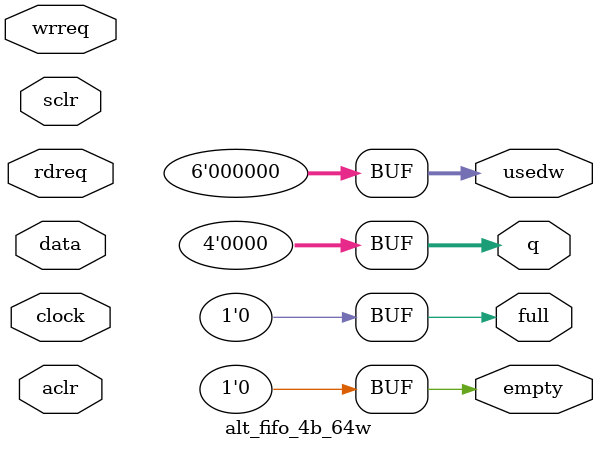
<source format=v>
module alt_fifo_4b_64w(	// file.cleaned.mlir:2:3
  input        aclr,	// file.cleaned.mlir:2:33
               clock,	// file.cleaned.mlir:2:48
  input  [3:0] data,	// file.cleaned.mlir:2:64
  input        rdreq,	// file.cleaned.mlir:2:79
               sclr,	// file.cleaned.mlir:2:95
               wrreq,	// file.cleaned.mlir:2:110
  output       empty,	// file.cleaned.mlir:2:127
               full,	// file.cleaned.mlir:2:143
  output [3:0] q,	// file.cleaned.mlir:2:158
  output [5:0] usedw	// file.cleaned.mlir:2:170
);

  assign empty = 1'h0;	// file.cleaned.mlir:3:14, :6:5
  assign full = 1'h0;	// file.cleaned.mlir:3:14, :6:5
  assign q = 4'h0;	// file.cleaned.mlir:4:14, :6:5
  assign usedw = 6'h0;	// file.cleaned.mlir:5:14, :6:5
endmodule


</source>
